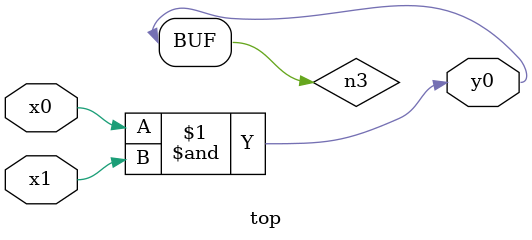
<source format=v>
module top( x0 , x1 , y0 );
  input x0 , x1 ;
  output y0 ;
  wire n3 ;
  assign n3 = x0 & x1 ;
  assign y0 = n3 ;
endmodule

</source>
